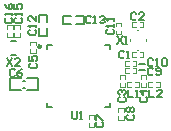
<source format=gto>
G04*
G04 #@! TF.GenerationSoftware,Altium Limited,Altium Designer,19.0.15 (446)*
G04*
G04 Layer_Color=65535*
%FSLAX24Y24*%
%MOIN*%
G70*
G01*
G75*
%ADD10C,0.0098*%
%ADD11C,0.0060*%
%ADD12C,0.0049*%
%ADD13C,0.0079*%
%ADD14C,0.0059*%
%ADD15C,0.0050*%
D10*
X-1250Y984D02*
G03*
X-1250Y984I-49J0D01*
G01*
D11*
X2010Y415D02*
X2220D01*
X2010Y185D02*
X2220D01*
X-522Y1738D02*
Y2014D01*
X187Y1738D02*
Y2014D01*
X-69Y1738D02*
X187D01*
X-522D02*
X-266D01*
X-69Y2014D02*
X187D01*
X-522D02*
X-266D01*
X-2274Y-79D02*
X-1909D01*
X-1713D02*
X-1348D01*
X-2274Y-472D02*
X-1909D01*
X-1713D02*
X-1348D01*
Y-79D01*
X-2274Y-472D02*
Y-79D01*
X-1043Y1791D02*
Y2047D01*
Y1339D02*
Y1594D01*
X-1319Y1791D02*
Y2047D01*
Y1339D02*
Y1594D01*
Y1339D02*
X-1043D01*
X-1319Y2047D02*
X-1043D01*
D12*
X1547Y98D02*
Y272D01*
X1933Y98D02*
Y272D01*
X1809Y98D02*
X1933D01*
X1547D02*
X1671D01*
X1809Y272D02*
X1933D01*
X1547D02*
X1671D01*
X1809Y328D02*
X1933D01*
X1547D02*
X1671D01*
X1809Y502D02*
X1933D01*
X1547D02*
X1671D01*
X1547Y328D02*
Y502D01*
X1933Y328D02*
X1933Y502D01*
X1425Y1778D02*
X1425Y1654D01*
Y1392D02*
Y1516D01*
X1252Y1654D02*
Y1778D01*
Y1392D02*
Y1516D01*
Y1392D02*
X1425D01*
X1252Y1778D02*
X1425D01*
X1777Y802D02*
X1901D01*
X2039D02*
X2163D01*
X1777Y628D02*
X1901D01*
X2039D02*
X2163D01*
Y802D01*
X1777Y628D02*
Y802D01*
X1962Y859D02*
X1978Y859D01*
X1702Y1166D02*
Y1244D01*
X1962Y1551D02*
X1978D01*
X2238Y1166D02*
X2238Y1244D01*
X2039Y1628D02*
X2163Y1628D01*
X1777D02*
X1901Y1628D01*
X2039Y1802D02*
X2163Y1802D01*
X1777Y1802D02*
X1901D01*
X1777Y1628D02*
Y1802D01*
X2163Y1628D02*
Y1802D01*
X2713Y-362D02*
Y-189D01*
X2327Y-362D02*
Y-189D01*
X2451D01*
X2589D02*
X2713D01*
X2327Y-362D02*
X2451D01*
X2589D02*
X2713D01*
X337Y-1689D02*
Y-1565D01*
Y-1427D02*
Y-1303D01*
X510Y-1689D02*
Y-1565D01*
Y-1427D02*
Y-1303D01*
X337D02*
X510D01*
X337Y-1689D02*
X510D01*
X1331Y-1453D02*
Y-1329D01*
Y-1191D02*
Y-1067D01*
X1504Y-1453D02*
Y-1329D01*
Y-1191D02*
Y-1067D01*
X1331D02*
X1504D01*
X1331Y-1453D02*
X1504D01*
X-1429Y1024D02*
Y1148D01*
Y762D02*
Y886D01*
X-1602Y1024D02*
Y1148D01*
Y762D02*
Y886D01*
Y762D02*
X-1429D01*
X-1602Y1148D02*
X-1429D01*
X1370Y-350D02*
Y-226D01*
Y-89D02*
Y35D01*
X1543Y-350D02*
Y-226D01*
Y-89D02*
Y35D01*
X1370D02*
X1543D01*
X1370Y-350D02*
X1543D01*
X2004Y-362D02*
Y-189D01*
X1618Y-362D02*
Y-189D01*
X1742D01*
X1880D02*
X2004D01*
X1618Y-362D02*
X1742D01*
X1880D02*
X2004D01*
X-2197Y1565D02*
Y1689D01*
Y1303D02*
Y1427D01*
X-2370Y1565D02*
Y1689D01*
Y1303D02*
Y1427D01*
Y1303D02*
X-2197D01*
X-2370Y1689D02*
X-2197D01*
X-1961Y1565D02*
Y1689D01*
Y1303D02*
Y1427D01*
X-2134Y1565D02*
Y1689D01*
Y1303D02*
Y1427D01*
Y1303D02*
X-1961D01*
X-2134Y1689D02*
X-1961D01*
X2079Y-350D02*
Y-226D01*
Y-89D02*
Y35D01*
X2252Y-350D02*
Y-226D01*
Y-89D02*
Y35D01*
X2079D02*
X2252D01*
X2079Y-350D02*
X2252D01*
D13*
X-2260Y709D02*
X-2071D01*
X-2260Y1181D02*
X-2071D01*
X-1850Y-157D02*
X-1772D01*
X-1850Y-394D02*
X-1772D01*
D14*
X-1043Y-1043D02*
X-896D01*
X-1043D02*
Y-896D01*
X896Y-1043D02*
X1043D01*
Y-896D01*
Y896D02*
Y1043D01*
X896D02*
X1043D01*
X-1043D02*
X-896D01*
X-1043Y896D02*
Y1043D01*
D15*
X973Y1554D02*
X931Y1513D01*
Y1429D01*
X973Y1388D01*
X1139D01*
X1181Y1429D01*
Y1513D01*
X1139Y1554D01*
X1181Y1638D02*
Y1721D01*
Y1679D01*
X931D01*
X973Y1638D01*
X1181Y1846D02*
Y1929D01*
Y1888D01*
X931D01*
X973Y1846D01*
X2487Y548D02*
X2445Y590D01*
X2362D01*
X2320Y548D01*
Y382D01*
X2362Y340D01*
X2445D01*
X2487Y382D01*
X2570Y340D02*
X2653D01*
X2612D01*
Y590D01*
X2570Y548D01*
X2778D02*
X2820Y590D01*
X2903D01*
X2945Y548D01*
Y382D01*
X2903Y340D01*
X2820D01*
X2778Y382D01*
Y548D01*
X1527Y798D02*
X1485Y840D01*
X1402D01*
X1360Y798D01*
Y632D01*
X1402Y590D01*
X1485D01*
X1527Y632D01*
X1610Y590D02*
X1693D01*
X1652D01*
Y840D01*
X1610Y798D01*
X1300Y1330D02*
X1467Y1080D01*
Y1330D02*
X1300Y1080D01*
X1550D02*
X1633D01*
X1592D01*
Y1330D01*
X1550Y1288D01*
X1927Y2078D02*
X1885Y2120D01*
X1802D01*
X1760Y2078D01*
Y1912D01*
X1802Y1870D01*
X1885D01*
X1927Y1912D01*
X2177Y1870D02*
X2010D01*
X2177Y2037D01*
Y2078D01*
X2135Y2120D01*
X2052D01*
X2010Y2078D01*
X2487Y238D02*
X2445Y280D01*
X2362D01*
X2320Y238D01*
Y72D01*
X2362Y30D01*
X2445D01*
X2487Y72D01*
X2570D02*
X2612Y30D01*
X2695D01*
X2737Y72D01*
Y238D01*
X2695Y280D01*
X2612D01*
X2570Y238D01*
Y197D01*
X2612Y155D01*
X2737D01*
X413Y1960D02*
X371Y2002D01*
X288D01*
X246Y1960D01*
Y1794D01*
X288Y1752D01*
X371D01*
X413Y1794D01*
X496Y1752D02*
X579D01*
X538D01*
Y2002D01*
X496Y1960D01*
X704D02*
X746Y2002D01*
X829D01*
X871Y1960D01*
Y1919D01*
X829Y1877D01*
X788D01*
X829D01*
X871Y1835D01*
Y1794D01*
X829Y1752D01*
X746D01*
X704Y1794D01*
X2362Y-449D02*
Y-699D01*
X2529D01*
X2779D02*
X2612D01*
X2779Y-532D01*
Y-491D01*
X2737Y-449D01*
X2654D01*
X2612Y-491D01*
X-1626Y1545D02*
X-1667Y1503D01*
Y1420D01*
X-1626Y1378D01*
X-1459D01*
X-1417Y1420D01*
Y1503D01*
X-1459Y1545D01*
X-1417Y1628D02*
Y1711D01*
Y1670D01*
X-1667D01*
X-1626Y1628D01*
X-1417Y2003D02*
Y1836D01*
X-1584Y2003D01*
X-1626D01*
X-1667Y1961D01*
Y1878D01*
X-1626Y1836D01*
X2075Y-700D02*
X2034Y-741D01*
Y-824D01*
X2075Y-866D01*
X2242D01*
X2283Y-824D01*
Y-741D01*
X2242Y-700D01*
X2283Y-491D02*
X2034D01*
X2159Y-616D01*
Y-450D01*
X-1596Y423D02*
X-1638Y381D01*
Y298D01*
X-1596Y256D01*
X-1429D01*
X-1388Y298D01*
Y381D01*
X-1429Y423D01*
X-1638Y672D02*
Y506D01*
X-1513D01*
X-1554Y589D01*
Y631D01*
X-1513Y672D01*
X-1429D01*
X-1388Y631D01*
Y547D01*
X-1429Y506D01*
X619Y-1536D02*
X577Y-1578D01*
Y-1661D01*
X619Y-1703D01*
X785D01*
X827Y-1661D01*
Y-1578D01*
X785Y-1536D01*
X577Y-1453D02*
Y-1286D01*
X619D01*
X785Y-1453D01*
X827D01*
X1642Y-1290D02*
X1600Y-1332D01*
Y-1415D01*
X1642Y-1457D01*
X1809D01*
X1850Y-1415D01*
Y-1332D01*
X1809Y-1290D01*
X1642Y-1207D02*
X1600Y-1165D01*
Y-1082D01*
X1642Y-1040D01*
X1684D01*
X1725Y-1082D01*
X1767Y-1040D01*
X1809D01*
X1850Y-1082D01*
Y-1165D01*
X1809Y-1207D01*
X1767D01*
X1725Y-1165D01*
X1684Y-1207D01*
X1642D01*
X1725Y-1165D02*
Y-1082D01*
X-2117Y189D02*
X-2159Y230D01*
X-2242D01*
X-2283Y189D01*
Y22D01*
X-2242Y-20D01*
X-2159D01*
X-2117Y22D01*
X-1867Y230D02*
X-1950Y189D01*
X-2034Y105D01*
Y22D01*
X-1992Y-20D01*
X-1909D01*
X-1867Y22D01*
Y64D01*
X-1909Y105D01*
X-2034D01*
X-207Y-1177D02*
Y-1386D01*
X-165Y-1427D01*
X-82D01*
X-40Y-1386D01*
Y-1177D01*
X43Y-1427D02*
X127D01*
X85D01*
Y-1177D01*
X43Y-1219D01*
X-2382Y594D02*
X-2215Y344D01*
Y594D02*
X-2382Y344D01*
X-1965D02*
X-2132D01*
X-1965Y511D01*
Y553D01*
X-2007Y594D01*
X-2090D01*
X-2132Y553D01*
X-2413Y1938D02*
X-2455Y1897D01*
Y1813D01*
X-2413Y1772D01*
X-2246D01*
X-2205Y1813D01*
Y1897D01*
X-2246Y1938D01*
X-2205Y2022D02*
Y2105D01*
Y2063D01*
X-2455D01*
X-2413Y2022D01*
X-2455Y2396D02*
X-2413Y2313D01*
X-2330Y2230D01*
X-2246D01*
X-2205Y2271D01*
Y2355D01*
X-2246Y2396D01*
X-2288D01*
X-2330Y2355D01*
Y2230D01*
X-2098Y1938D02*
X-2140Y1897D01*
Y1813D01*
X-2098Y1772D01*
X-1931D01*
X-1890Y1813D01*
Y1897D01*
X-1931Y1938D01*
X-1890Y2022D02*
Y2105D01*
Y2063D01*
X-2140D01*
X-2098Y2022D01*
X-2140Y2396D02*
Y2230D01*
X-2015D01*
X-2056Y2313D01*
Y2355D01*
X-2015Y2396D01*
X-1931D01*
X-1890Y2355D01*
Y2271D01*
X-1931Y2230D01*
X1367Y-700D02*
X1325Y-741D01*
Y-824D01*
X1367Y-866D01*
X1533D01*
X1575Y-824D01*
Y-741D01*
X1533Y-700D01*
X1367Y-616D02*
X1325Y-575D01*
Y-491D01*
X1367Y-450D01*
X1408D01*
X1450Y-491D01*
Y-533D01*
Y-491D01*
X1491Y-450D01*
X1533D01*
X1575Y-491D01*
Y-575D01*
X1533Y-616D01*
X1654Y-459D02*
Y-709D01*
X1820D01*
X1903D02*
X1987D01*
X1945D01*
Y-459D01*
X1903Y-500D01*
M02*

</source>
